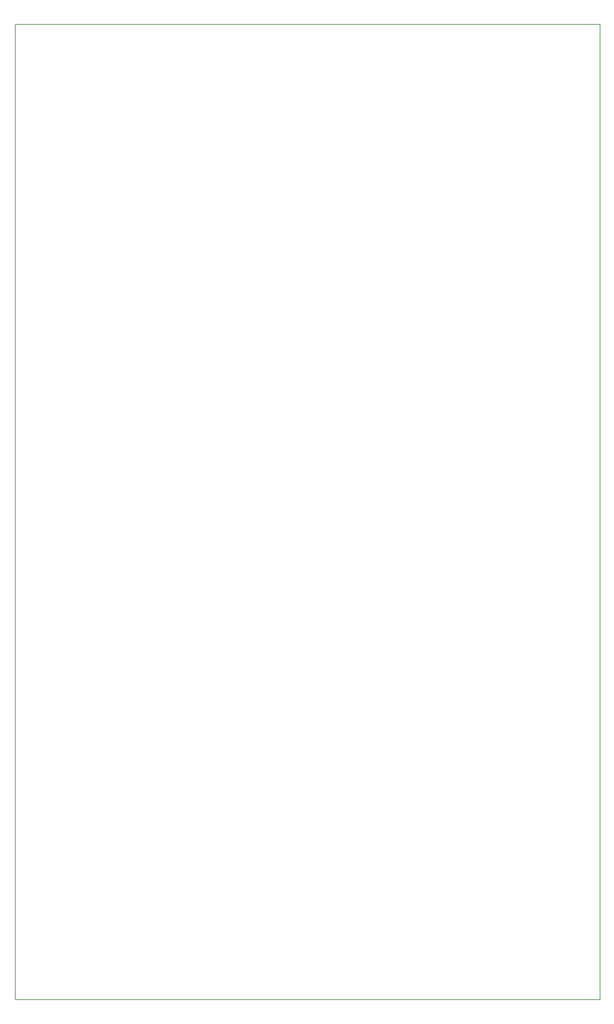
<source format=gm1>
G04 #@! TF.GenerationSoftware,KiCad,Pcbnew,5.1.5*
G04 #@! TF.CreationDate,2020-01-21T16:39:42-05:00*
G04 #@! TF.ProjectId,rpn_mxb,72706e5f-6d78-4622-9e6b-696361645f70,rev?*
G04 #@! TF.SameCoordinates,Original*
G04 #@! TF.FileFunction,Profile,NP*
%FSLAX46Y46*%
G04 Gerber Fmt 4.6, Leading zero omitted, Abs format (unit mm)*
G04 Created by KiCad (PCBNEW 5.1.5) date 2020-01-21 16:39:42*
%MOMM*%
%LPD*%
G04 APERTURE LIST*
%ADD10C,0.050000*%
G04 APERTURE END LIST*
D10*
X106680000Y-33020000D02*
X106680000Y-160020000D01*
X182880000Y-33020000D02*
X106680000Y-33020000D01*
X182880000Y-160020000D02*
X182880000Y-33020000D01*
X106680000Y-160020000D02*
X182880000Y-160020000D01*
M02*

</source>
